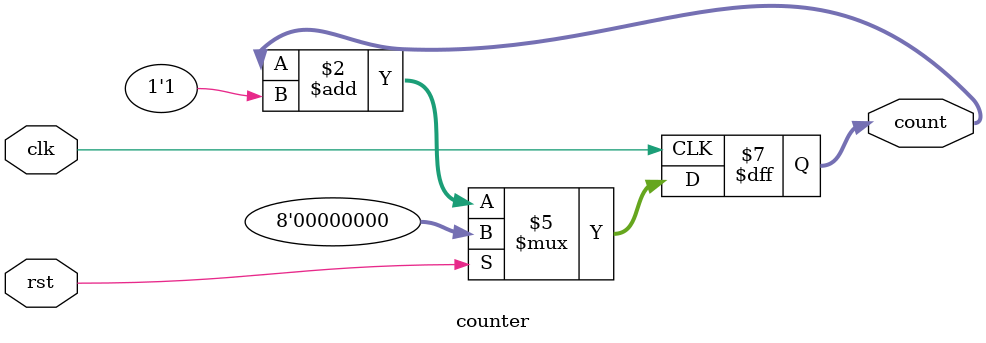
<source format=v>
module counter #(
  parameter SZIE = 8
)(
  input            clk,  
  input            rst,
  output reg [SZIE-1:0] count = 0
);

always @ (posedge clk) begin
  if (rst) begin
    count <= 'b0;
  end
  else begin
    count <= count + 1'b1;
  end
end

endmodule
</source>
